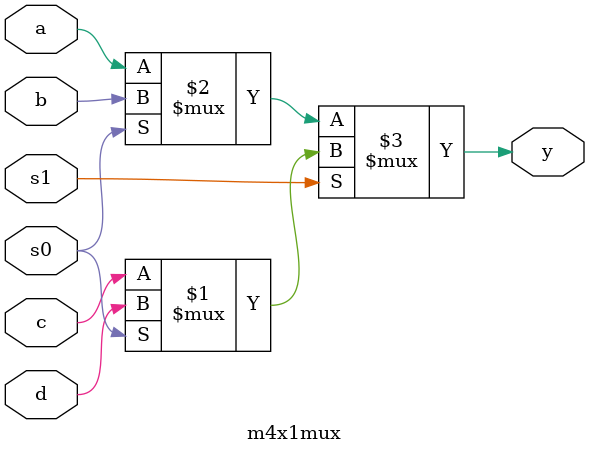
<source format=v>
module m4x1mux(y,a,b,c,d,s0,s1);
//y is output, inputs are a,b,c,d and s0 and s1 are select lines
output y;
input a,b,c,d,s0,s1;
assign y=s1 ?(s0?d:c):(s0?b:a);
endmodule

</source>
